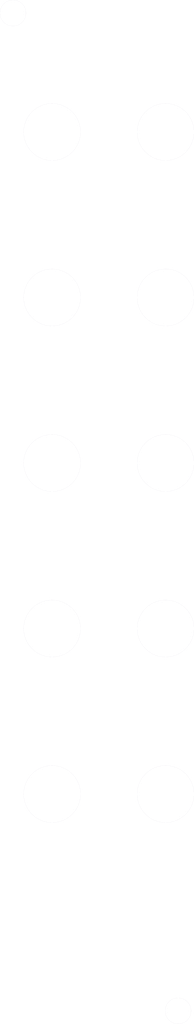
<source format=kicad_pcb>
(kicad_pcb (version 4) (generator "gerbview") (generator_version "8.0")

  (layers 
    (0 F.Cu signal)
    (31 B.Cu signal)
    (32 B.Adhes user)
    (33 F.Adhes user)
    (34 B.Paste user)
    (35 F.Paste user)
    (36 B.SilkS user)
    (37 F.SilkS user)
    (38 B.Mask user)
    (39 F.Mask user)
    (40 Dwgs.User user)
    (41 Cmts.User user)
    (42 Eco1.User user)
    (43 Eco2.User user)
    (44 Edge.Cuts user)
  )

 (via (at 113.665 53.15966) (size 7.00025) (drill 7.00024) (layers F.Cu B.Cu))
 (via (at 113.665 73.47966) (size 7.00025) (drill 7.00024) (layers F.Cu B.Cu))
 (via (at 113.665 93.79966) (size 7.00025) (drill 7.00024) (layers F.Cu B.Cu))
 (via (at 113.665 114.11966) (size 7.00025) (drill 7.00024) (layers F.Cu B.Cu))
 (via (at 113.665 134.43966) (size 7.00025) (drill 7.00024) (layers F.Cu B.Cu))
 (via (at 127.635 53.15966) (size 7.00025) (drill 7.00024) (layers F.Cu B.Cu))
 (via (at 127.635 73.47966) (size 7.00025) (drill 7.00024) (layers F.Cu B.Cu))
 (via (at 127.635 93.79966) (size 7.00025) (drill 7.00024) (layers F.Cu B.Cu))
 (via (at 127.635 114.11966) (size 7.00025) (drill 7.00024) (layers F.Cu B.Cu))
 (via (at 127.635 134.43966) (size 7.00025) (drill 7.00024) (layers F.Cu B.Cu))
 (via (at 108.85424 38.5572) (size 3.20041) (drill 3.2004) (layers F.Cu B.Cu))
 (via (at 129.17424 161.0614) (size 3.20041) (drill 3.2004) (layers F.Cu B.Cu))
)

</source>
